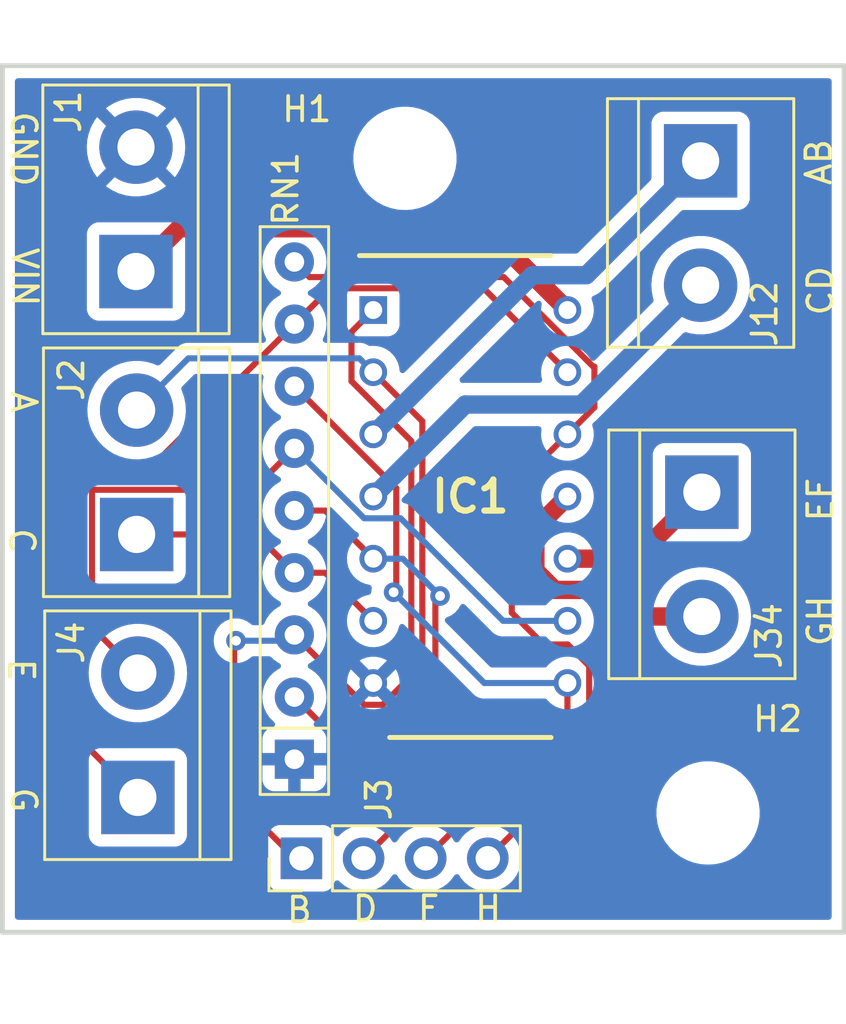
<source format=kicad_pcb>
(kicad_pcb (version 20211014) (generator pcbnew)
  (layers (0 "F.Cu" signal) (31 "B.Cu" signal) (34 "B.Paste" user) (35 "F.Paste" user) (36 "B.SilkS" user "B.Silkscreen") (37 "F.SilkS" user "F.Silkscreen") (38 "B.Mask" user) (39 "F.Mask" user) (44 "Edge.Cuts" user))
  (net 0 "")
  (net 1 "/B")
  (net 2 "/A")
  (net 3 "/AB")
  (net 4 "/CD")
  (net 5 "/D")
  (net 6 "/C")
  (net 7 "/GND")
  (net 8 "/F")
  (net 9 "/E")
  (net 10 "/EF")
  (net 11 "/GH")
  (net 12 "/H")
  (net 13 "/G")
  (net 14 "/VIN")
  (footprint "MountingHole:MountingHole_3.2mm_M3" (layer "F.Cu") (at 124.5108 82.3214)
    (fp_text reference "H1" (at -4.0132 -2.0066) (layer "F.SilkS"))
    (fp_text value "MountingHole")
    (pad "" np_thru_hole circle (at 0 0) (size 3.2 3.2) (drill 3.2) (layers *.Cu *.Mask))
  )
  (footprint "TerminalBlock:TerminalBlock_bornier-2_P5.08mm" (layer "F.Cu") (at 136.652 95.9612 -90)
    (fp_text reference "J34" (at 5.8674 -2.7432 90) (layer "F.SilkS"))
    (fp_text value "Screw_Terminal_01x02")
    (fp_line (start 7.62 -3.81) (end -2.54 -3.81) (layer "F.SilkS") (width 0.12))
    (fp_line (start -2.54 -3.81) (end -2.54 3.81) (layer "F.SilkS") (width 0.12))
    (fp_line (start -2.54 3.81) (end 7.62 3.81) (layer "F.SilkS") (width 0.12))
    (fp_line (start 7.62 2.54) (end -2.54 2.54) (layer "F.SilkS") (width 0.12))
    (fp_line (start 7.62 3.81) (end 7.62 -3.81) (layer "F.SilkS") (width 0.12))
    (pad "1" thru_hole rect (at 0 0 270) (size 3 3) (drill 1.52) (layers *.Cu *.Mask) (net 10 "/EF"))
    (pad "2" thru_hole circle (at 5.08 0 270) (size 3 3) (drill 1.52) (layers *.Cu *.Mask) (net 11 "/GH"))
  )
  (footprint "TerminalBlock:TerminalBlock_bornier-2_P5.08mm" (layer "F.Cu") (at 113.538 97.6884 90)
    (fp_text reference "J2" (at 6.3246 -2.667 90) (layer "F.SilkS"))
    (fp_text value "Screw_Terminal_01x02")
    (fp_line (start -2.54 3.81) (end 7.62 3.81) (layer "F.SilkS") (width 0.12))
    (fp_line (start -2.54 -3.81) (end -2.54 3.81) (layer "F.SilkS") (width 0.12))
    (fp_line (start 7.62 -3.81) (end -2.54 -3.81) (layer "F.SilkS") (width 0.12))
    (fp_line (start 7.62 3.81) (end 7.62 -3.81) (layer "F.SilkS") (width 0.12))
    (fp_line (start 7.62 2.54) (end -2.54 2.54) (layer "F.SilkS") (width 0.12))
    (pad "1" thru_hole rect (at 0 0 90) (size 3 3) (drill 1.52) (layers *.Cu *.Mask) (net 6 "/C"))
    (pad "2" thru_hole circle (at 5.08 0 90) (size 3 3) (drill 1.52) (layers *.Cu *.Mask) (net 2 "/A"))
  )
  (footprint "Connector_PinHeader_2.54mm:PinHeader_1x04_P2.54mm_Vertical" (layer "F.Cu") (at 120.279 110.9218 90)
    (fp_text reference "J3" (at 2.413 3.165 90) (layer "F.SilkS"))
    (fp_text value "Conn_01x04_Male")
    (fp_line (start -1.33 -1.33) (end 0 -1.33) (layer "F.SilkS") (width 0.12))
    (fp_line (start -1.33 8.95) (end 1.33 8.95) (layer "F.SilkS") (width 0.12))
    (fp_line (start 1.33 1.27) (end 1.33 8.95) (layer "F.SilkS") (width 0.12))
    (fp_line (start -1.33 0) (end -1.33 -1.33) (layer "F.SilkS") (width 0.12))
    (fp_line (start -1.33 1.27) (end 1.33 1.27) (layer "F.SilkS") (width 0.12))
    (fp_line (start -1.33 1.27) (end -1.33 8.95) (layer "F.SilkS") (width 0.12))
    (pad "1" thru_hole rect (at 0 0 90) (size 1.7 1.7) (drill 1) (layers *.Cu *.Mask) (net 1 "/B"))
    (pad "2" thru_hole oval (at 0 2.54 90) (size 1.7 1.7) (drill 1) (layers *.Cu *.Mask) (net 5 "/D"))
    (pad "3" thru_hole oval (at 0 5.08 90) (size 1.7 1.7) (drill 1) (layers *.Cu *.Mask) (net 8 "/F"))
    (pad "4" thru_hole oval (at 0 7.62 90) (size 1.7 1.7) (drill 1) (layers *.Cu *.Mask) (net 12 "/H"))
  )
  (footprint "cd4071be:DIP794W53P254L1930H508Q14N" (layer "F.Cu") (at 127.1854 96.139)
    (fp_text reference "IC1" (at 0 0) (layer "F.SilkS") (effects (font (size 1.27 1.27) (thickness 0.254))))
    (fp_text value "CD4071BE" hide)
    (fp_line (start -3.3 9.845) (end 3.3 9.845) (layer "F.SilkS") (width 0.2))
    (fp_line (start -4.535 -9.845) (end 3.3 -9.845) (layer "F.SilkS") (width 0.2))
    (pad "1" thru_hole rect locked (at -3.97 -7.62) (size 1.13 1.13) (drill 0.73) (layers *.Cu *.Mask) (net 1 "/B"))
    (pad "2" thru_hole circle locked (at -3.97 -5.08) (size 1.13 1.13) (drill 0.73) (layers *.Cu *.Mask) (net 2 "/A"))
    (pad "3" thru_hole circle locked (at -3.97 -2.54) (size 1.13 1.13) (drill 0.73) (layers *.Cu *.Mask) (net 3 "/AB"))
    (pad "4" thru_hole circle locked (at -3.97 0) (size 1.13 1.13) (drill 0.73) (layers *.Cu *.Mask) (net 4 "/CD"))
    (pad "5" thru_hole circle locked (at -3.97 2.54) (size 1.13 1.13) (drill 0.73) (layers *.Cu *.Mask) (net 5 "/D"))
    (pad "6" thru_hole circle locked (at -3.97 5.08) (size 1.13 1.13) (drill 0.73) (layers *.Cu *.Mask) (net 6 "/C"))
    (pad "7" thru_hole circle locked (at -3.97 7.62) (size 1.13 1.13) (drill 0.73) (layers *.Cu *.Mask) (net 7 "/GND"))
    (pad "8" thru_hole circle locked (at 3.97 7.62) (size 1.13 1.13) (drill 0.73) (layers *.Cu *.Mask) (net 8 "/F"))
    (pad "9" thru_hole circle locked (at 3.97 5.08) (size 1.13 1.13) (drill 0.73) (layers *.Cu *.Mask) (net 9 "/E"))
    (pad "10" thru_hole circle locked (at 3.97 2.54) (size 1.13 1.13) (drill 0.73) (layers *.Cu *.Mask) (net 10 "/EF"))
    (pad "11" thru_hole circle locked (at 3.97 0) (size 1.13 1.13) (drill 0.73) (layers *.Cu *.Mask) (net 11 "/GH"))
    (pad "12" thru_hole circle locked (at 3.97 -2.54) (size 1.13 1.13) (drill 0.73) (layers *.Cu *.Mask) (net 12 "/H"))
    (pad "13" thru_hole circle locked (at 3.97 -5.08) (size 1.13 1.13) (drill 0.73) (layers *.Cu *.Mask) (net 13 "/G"))
    (pad "14" thru_hole circle locked (at 3.97 -7.62) (size 1.13 1.13) (drill 0.73) (layers *.Cu *.Mask) (net 14 "/VIN"))
  )
  (footprint "TerminalBlock:TerminalBlock_bornier-2_P5.08mm" (layer "F.Cu") (at 136.6012 82.423 -90)
    (fp_text reference "J12" (at 6.2484 -2.6162 90) (layer "F.SilkS"))
    (fp_text value "Screw_Terminal_01x02")
    (fp_line (start -2.54 3.81) (end 7.62 3.81) (layer "F.SilkS") (width 0.12))
    (fp_line (start 7.62 3.81) (end 7.62 -3.81) (layer "F.SilkS") (width 0.12))
    (fp_line (start 7.62 -3.81) (end -2.54 -3.81) (layer "F.SilkS") (width 0.12))
    (fp_line (start 7.62 2.54) (end -2.54 2.54) (layer "F.SilkS") (width 0.12))
    (fp_line (start -2.54 -3.81) (end -2.54 3.81) (layer "F.SilkS") (width 0.12))
    (pad "1" thru_hole rect (at 0 0 270) (size 3 3) (drill 1.52) (layers *.Cu *.Mask) (net 3 "/AB"))
    (pad "2" thru_hole circle (at 5.08 0 270) (size 3 3) (drill 1.52) (layers *.Cu *.Mask) (net 4 "/CD"))
  )
  (footprint "TerminalBlock:TerminalBlock_bornier-2_P5.08mm" (layer "F.Cu") (at 113.5126 86.9442 90)
    (fp_text reference "J1" (at 6.5278 -2.7686 90) (layer "F.SilkS"))
    (fp_text value "Screw_Terminal_01x02")
    (fp_line (start 7.62 3.81) (end 7.62 -3.81) (layer "F.SilkS") (width 0.12))
    (fp_line (start 7.62 2.54) (end -2.54 2.54) (layer "F.SilkS") (width 0.12))
    (fp_line (start 7.62 -3.81) (end -2.54 -3.81) (layer "F.SilkS") (width 0.12))
    (fp_line (start -2.54 -3.81) (end -2.54 3.81) (layer "F.SilkS") (width 0.12))
    (fp_line (start -2.54 3.81) (end 7.62 3.81) (layer "F.SilkS") (width 0.12))
    (pad "1" thru_hole rect (at 0 0 90) (size 3 3) (drill 1.52) (layers *.Cu *.Mask) (net 14 "/VIN"))
    (pad "2" thru_hole circle (at 5.08 0 90) (size 3 3) (drill 1.52) (layers *.Cu *.Mask) (net 7 "/GND"))
  )
  (footprint "Resistor_THT:R_Array_SIP9" (layer "F.Cu") (at 119.9896 106.8728 90)
    (fp_text reference "RN1" (at 23.3068 -0.3556 90) (layer "F.SilkS"))
    (fp_text value "R_Network08")
    (fp_line (start -1.44 1.4) (end 21.76 1.4) (layer "F.SilkS") (width 0.12))
    (fp_line (start 1.27 -1.4) (end 1.27 1.4) (layer "F.SilkS") (width 0.12))
    (fp_line (start 21.76 -1.4) (end -1.44 -1.4) (layer "F.SilkS") (width 0.12))
    (fp_line (start -1.44 -1.4) (end -1.44 1.4) (layer "F.SilkS") (width 0.12))
    (fp_line (start 21.76 1.4) (end 21.76 -1.4) (layer "F.SilkS") (width 0.12))
    (pad "1" thru_hole rect (at 0 0 90) (size 1.6 1.6) (drill 0.8) (layers *.Cu *.Mask) (net 7 "/GND"))
    (pad "2" thru_hole oval (at 2.54 0 90) (size 1.6 1.6) (drill 0.8) (layers *.Cu *.Mask) (net 2 "/A"))
    (pad "3" thru_hole oval (at 5.08 0 90) (size 1.6 1.6) (drill 0.8) (layers *.Cu *.Mask) (net 1 "/B"))
    (pad "4" thru_hole oval (at 7.62 0 90) (size 1.6 1.6) (drill 0.8) (layers *.Cu *.Mask) (net 6 "/C"))
    (pad "5" thru_hole oval (at 10.16 0 90) (size 1.6 1.6) (drill 0.8) (layers *.Cu *.Mask) (net 5 "/D"))
    (pad "6" thru_hole oval (at 12.7 0 90) (size 1.6 1.6) (drill 0.8) (layers *.Cu *.Mask) (net 9 "/E"))
    (pad "7" thru_hole oval (at 15.24 0 90) (size 1.6 1.6) (drill 0.8) (layers *.Cu *.Mask) (net 8 "/F"))
    (pad "8" thru_hole oval (at 17.78 0 90) (size 1.6 1.6) (drill 0.8) (layers *.Cu *.Mask) (net 13 "/G"))
    (pad "9" thru_hole oval (at 20.32 0 90) (size 1.6 1.6) (drill 0.8) (layers *.Cu *.Mask) (net 12 "/H"))
  )
  (footprint "TerminalBlock:TerminalBlock_bornier-2_P5.08mm" (layer "F.Cu") (at 113.5888 108.4326 90)
    (fp_text reference "J4" (at 6.3246 -2.7178 90) (layer "F.SilkS"))
    (fp_text value "Screw_Terminal_01x02")
    (fp_line (start 7.62 -3.81) (end -2.54 -3.81) (layer "F.SilkS") (width 0.12))
    (fp_line (start -2.54 -3.81) (end -2.54 3.81) (layer "F.SilkS") (width 0.12))
    (fp_line (start 7.62 2.54) (end -2.54 2.54) (layer "F.SilkS") (width 0.12))
    (fp_line (start 7.62 3.81) (end 7.62 -3.81) (layer "F.SilkS") (width 0.12))
    (fp_line (start -2.54 3.81) (end 7.62 3.81) (layer "F.SilkS") (width 0.12))
    (pad "1" thru_hole rect (at 0 0 90) (size 3 3) (drill 1.52) (layers *.Cu *.Mask) (net 13 "/G"))
    (pad "2" thru_hole circle (at 5.08 0 90) (size 3 3) (drill 1.52) (layers *.Cu *.Mask) (net 9 "/E"))
  )
  (footprint "MountingHole:MountingHole_3.2mm_M3" (layer "F.Cu") (at 136.906 109.0676)
    (fp_text reference "H2" (at 2.8448 -3.8354) (layer "F.SilkS"))
    (fp_text value "MountingHole")
    (pad "" np_thru_hole circle (at 0 0) (size 3.2 3.2) (drill 3.2) (layers *.Cu *.Mask))
  )
  (gr_rect (start 142.4686 113.9444) (end 108.0516 78.5368) (layer "Edge.Cuts") (width 0.2) (fill none))
  (gr_text "D" (at 122.8852 112.9792) (layer "F.SilkS") (effects (font (size 1 1))))
  (gr_text "EF" (at 141.5034 96.266 90) (layer "F.SilkS") (effects (font (size 1 1))))
  (gr_text "GND\n" (at 108.9152 81.9404 270) (layer "F.SilkS") (effects (font (size 1 1))))
  (gr_text "F" (at 125.476 112.9792) (layer "F.SilkS") (effects (font (size 1 1))))
  (gr_text "C" (at 108.839 97.9424 270) (layer "F.SilkS") (effects (font (size 1 1))))
  (gr_text "GH" (at 141.5034 101.219 90) (layer "F.SilkS") (effects (font (size 1 1))))
  (gr_text "B" (at 120.1928 113.03) (layer "F.SilkS") (effects (font (size 1 1))))
  (gr_text "A" (at 108.9152 92.2782 270) (layer "F.SilkS") (effects (font (size 1 1))))
  (gr_text "VIN" (at 108.966 87.1728 270) (layer "F.SilkS") (effects (font (size 1 1))))
  (gr_text "G" (at 108.9152 108.5342 270) (layer "F.SilkS") (effects (font (size 1 1))))
  (gr_text "E" (at 108.8136 103.2256 270) (layer "F.SilkS") (effects (font (size 1 1))))
  (gr_text "H" (at 127.9144 112.9792) (layer "F.SilkS") (effects (font (size 1 1))))
  (gr_text "CD" (at 141.5034 87.7316 90) (layer "F.SilkS") (effects (font (size 1 1))))
  (gr_text "AB" (at 141.4272 82.4738 90) (layer "F.SilkS") (effects (font (size 1 1))))
  (segment (start 124.772 103.471004) (end 124.772 93.874251) (width 0.25) (layer "F.Cu") (net 1))
  (segment (start 122.3254 91.427651) (end 122.3254 89.409) (width 0.25) (layer "F.Cu") (net 1))
  (segment (start 122.3254 89.409) (end 123.2154 88.519) (width 0.25) (layer "F.Cu") (net 1))
  (segment (start 119.9896 101.7928) (end 122.8458 104.649) (width 0.25) (layer "F.Cu") (net 1))
  (segment (start 122.8458 104.649) (end 123.594004 104.649) (width 0.25) (layer "F.Cu") (net 1))
  (segment (start 124.772 93.874251) (end 122.3254 91.427651) (width 0.25) (layer "F.Cu") (net 1))
  (segment (start 117.5258 102.108) (end 117.602 102.0318) (width 0.25) (layer "F.Cu") (net 1))
  (segment (start 117.5258 108.4326) (end 117.5258 102.108) (width 0.25) (layer "F.Cu") (net 1))
  (segment (start 120.015 110.9218) (end 117.5258 108.4326) (width 0.25) (layer "F.Cu") (net 1))
  (segment (start 120.279 110.9218) (end 120.015 110.9218) (width 0.25) (layer "F.Cu") (net 1))
  (segment (start 123.594004 104.649) (end 124.772 103.471004) (width 0.25) (layer "F.Cu") (net 1))
  (via (at 117.602 102.0318) (size 0.8) (drill 0.4) (layers "F.Cu" "B.Cu") (net 1))
  (segment (start 117.602 102.0318) (end 119.7506 102.0318) (width 0.25) (layer "B.Cu") (net 1))
  (segment (start 119.7506 102.0318) (end 119.9896 101.7928) (width 0.25) (layer "B.Cu") (net 1))
  (segment (start 123.4216 105.4578) (end 125.222 103.6574) (width 0.25) (layer "F.Cu") (net 2))
  (segment (start 119.9896 104.3328) (end 121.1146 105.4578) (width 0.25) (layer "F.Cu") (net 2))
  (segment (start 121.1146 105.4578) (end 123.4216 105.4578) (width 0.25) (layer "F.Cu") (net 2))
  (segment (start 125.222 93.0656) (end 123.2154 91.059) (width 0.25) (layer "F.Cu") (net 2))
  (segment (start 125.222 103.6574) (end 125.222 93.0656) (width 0.25) (layer "F.Cu") (net 2))
  (segment (start 115.6524 90.494) (end 113.538 92.6084) (width 0.25) (layer "B.Cu") (net 2))
  (segment (start 122.6504 90.494) (end 115.6524 90.494) (width 0.25) (layer "B.Cu") (net 2))
  (segment (start 123.2154 91.059) (end 122.6504 90.494) (width 0.25) (layer "B.Cu") (net 2))
  (segment (start 129.7178 87.0966) (end 131.9276 87.0966) (width 0.75) (layer "B.Cu") (net 3))
  (segment (start 131.9276 87.0966) (end 136.6012 82.423) (width 0.75) (layer "B.Cu") (net 3))
  (segment (start 123.2154 93.599) (end 129.7178 87.0966) (width 0.75) (layer "B.Cu") (net 3))
  (segment (start 126.9746 92.3798) (end 131.7244 92.3798) (width 0.75) (layer "B.Cu") (net 4))
  (segment (start 131.7244 92.3798) (end 136.0576 88.0466) (width 0.75) (layer "B.Cu") (net 4))
  (segment (start 123.2154 96.139) (end 126.9746 92.3798) (width 0.75) (layer "B.Cu") (net 4))
  (segment (start 125.7554 107.9854) (end 122.819 110.9218) (width 0.25) (layer "F.Cu") (net 5))
  (segment (start 125.9465 100.203) (end 125.7554 100.3941) (width 0.25) (layer "F.Cu") (net 5))
  (segment (start 121.2492 96.7128) (end 123.2154 98.679) (width 0.25) (layer "F.Cu") (net 5))
  (segment (start 125.7554 100.3941) (end 125.7554 107.9854) (width 0.25) (layer "F.Cu") (net 5))
  (segment (start 119.9896 96.7128) (end 121.2492 96.7128) (width 0.25) (layer "F.Cu") (net 5))
  (via (at 125.9465 100.203) (size 0.8) (drill 0.4) (layers "F.Cu" "B.Cu") (net 5))
  (segment (start 123.2154 98.679) (end 124.4225 98.679) (width 0.25) (layer "B.Cu") (net 5))
  (segment (start 124.4225 98.679) (end 125.9465 100.203) (width 0.25) (layer "B.Cu") (net 5))
  (segment (start 119.9896 99.2528) (end 121.2492 99.2528) (width 0.25) (layer "F.Cu") (net 6))
  (segment (start 121.2492 99.2528) (end 123.2154 101.219) (width 0.25) (layer "F.Cu") (net 6))
  (segment (start 113.538 97.6884) (end 118.4252 97.6884) (width 0.25) (layer "F.Cu") (net 6))
  (segment (start 118.4252 97.6884) (end 119.9896 99.2528) (width 0.25) (layer "F.Cu") (net 6))
  (segment (start 131.1554 105.1254) (end 131.1554 103.759) (width 0.25) (layer "F.Cu") (net 8))
  (segment (start 124.1552 95.7984) (end 124.1552 99.9429) (width 0.25) (layer "F.Cu") (net 8))
  (segment (start 124.1552 99.9429) (end 124.0475 100.0506) (width 0.25) (layer "F.Cu") (net 8))
  (segment (start 125.359 110.9218) (end 131.1554 105.1254) (width 0.25) (layer "F.Cu") (net 8))
  (segment (start 119.9896 91.6328) (end 124.1552 95.7984) (width 0.25) (layer "F.Cu") (net 8))
  (via (at 124.0475 100.0506) (size 0.8) (drill 0.4) (layers "F.Cu" "B.Cu") (net 8))
  (segment (start 127.7559 103.759) (end 131.1554 103.759) (width 0.25) (layer "B.Cu") (net 8))
  (segment (start 124.0475 100.0506) (end 127.7559 103.759) (width 0.25) (layer "B.Cu") (net 8))
  (segment (start 113.5888 103.3526) (end 111.713 101.4768) (width 0.25) (layer "F.Cu") (net 9))
  (segment (start 111.713 101.4768) (end 111.713 95.8634) (width 0.25) (layer "F.Cu") (net 9))
  (segment (start 118.299 95.8634) (end 119.9896 94.1728) (width 0.25) (layer "F.Cu") (net 9))
  (segment (start 111.713 95.8634) (end 118.299 95.8634) (width 0.25) (layer "F.Cu") (net 9))
  (segment (start 119.9896 94.1728) (end 122.8458 97.029) (width 0.25) (layer "B.Cu") (net 9))
  (segment (start 124.334 97.029) (end 128.524 101.219) (width 0.25) (layer "B.Cu") (net 9))
  (segment (start 122.8458 97.029) (end 124.334 97.029) (width 0.25) (layer "B.Cu") (net 9))
  (segment (start 128.524 101.219) (end 131.1554 101.219) (width 0.25) (layer "B.Cu") (net 9))
  (segment (start 131.1554 98.679) (end 133.9342 98.679) (width 0.75) (layer "F.Cu") (net 10))
  (segment (start 133.9342 98.679) (end 136.652 95.9612) (width 0.75) (layer "F.Cu") (net 10))
  (segment (start 130.631419 99.954) (end 132.72 99.954) (width 0.75) (layer "F.Cu") (net 11))
  (segment (start 132.72 99.954) (end 133.8072 101.0412) (width 0.75) (layer "F.Cu") (net 11))
  (segment (start 129.8448 97.4496) (end 129.8448 99.167381) (width 0.75) (layer "F.Cu") (net 11))
  (segment (start 133.8072 101.0412) (end 136.652 101.0412) (width 0.75) (layer "F.Cu") (net 11))
  (segment (start 131.1554 96.139) (end 129.8448 97.4496) (width 0.75) (layer "F.Cu") (net 11))
  (segment (start 129.8448 99.167381) (end 130.631419 99.954) (width 0.75) (layer "F.Cu") (net 11))
  (segment (start 128.8796 95.8748) (end 131.1554 93.599) (width 0.25) (layer "F.Cu") (net 12))
  (segment (start 128.550549 87.1728) (end 132.208149 90.8304) (width 0.25) (layer "F.Cu") (net 12))
  (segment (start 130.175 102.1842) (end 128.8796 100.8888) (width 0.25) (layer "F.Cu") (net 12))
  (segment (start 131.1656 102.1842) (end 130.175 102.1842) (width 0.25) (layer "F.Cu") (net 12))
  (segment (start 127.899 110.9218) (end 132.0454 106.7754) (width 0.25) (layer "F.Cu") (net 12))
  (segment (start 132.0454 106.7754) (end 132.0454 103.064) (width 0.25) (layer "F.Cu") (net 12))
  (segment (start 119.9896 86.5528) (end 120.6096 87.1728) (width 0.25) (layer "F.Cu") (net 12))
  (segment (start 128.8796 100.8888) (end 128.8796 95.8748) (width 0.25) (layer "F.Cu") (net 12))
  (segment (start 132.2578 92.4966) (end 131.5796 93.1748) (width 0.25) (layer "F.Cu") (net 12))
  (segment (start 120.6096 87.1728) (end 128.550549 87.1728) (width 0.25) (layer "F.Cu") (net 12))
  (segment (start 132.208149 90.8304) (end 132.2578 90.8304) (width 0.25) (layer "F.Cu") (net 12))
  (segment (start 131.5796 93.1748) (end 131.1554 93.599) (width 0.25) (layer "F.Cu") (net 12))
  (segment (start 132.0454 103.064) (end 131.1656 102.1842) (width 0.25) (layer "F.Cu") (net 12))
  (segment (start 132.2578 90.8304) (end 132.2578 92.4966) (width 0.25) (layer "F.Cu") (net 12))
  (segment (start 113.669 95.4134) (end 111.526604 95.4134) (width 0.25) (layer "F.Cu") (net 13))
  (segment (start 111.1504 105.9942) (end 113.5888 108.4326) (width 0.25) (layer "F.Cu") (net 13))
  (segment (start 111.1504 95.789604) (end 111.1504 105.9942) (width 0.25) (layer "F.Cu") (net 13))
  (segment (start 119.9896 89.0928) (end 121.4534 87.629) (width 0.25) (layer "F.Cu") (net 13))
  (segment (start 121.4534 87.629) (end 127.7254 87.629) (width 0.25) (layer "F.Cu") (net 13))
  (segment (start 127.7254 87.629) (end 131.1554 91.059) (width 0.25) (layer "F.Cu") (net 13))
  (segment (start 119.9896 89.0928) (end 113.669 95.4134) (width 0.25) (layer "F.Cu") (net 13))
  (segment (start 111.526604 95.4134) (end 111.1504 95.789604) (width 0.25) (layer "F.Cu") (net 13))
  (segment (start 113.5126 86.9442) (end 115.279 85.1778) (width 0.75) (layer "F.Cu") (net 14))
  (segment (start 115.279 85.1778) (end 127.8142 85.1778) (width 0.75) (layer "F.Cu") (net 14))
  (segment (start 127.8142 85.1778) (end 131.1554 88.519) (width 0.75) (layer "F.Cu") (net 14))
  (zone (net 7) (net_name "/GND") (layer "B.Cu") (connect_pads (clearance 0.508)) (min_thickness 0.254) (fill yes (thermal_gap 0.508) (thermal_bridge_width 0.508))
    (polygon (pts (xy 142.56779 113.867103) (xy 108.05174 113.86575) (xy 108.102554 78.204006) (xy 142.542404 78.205359)))
  )
)
</source>
